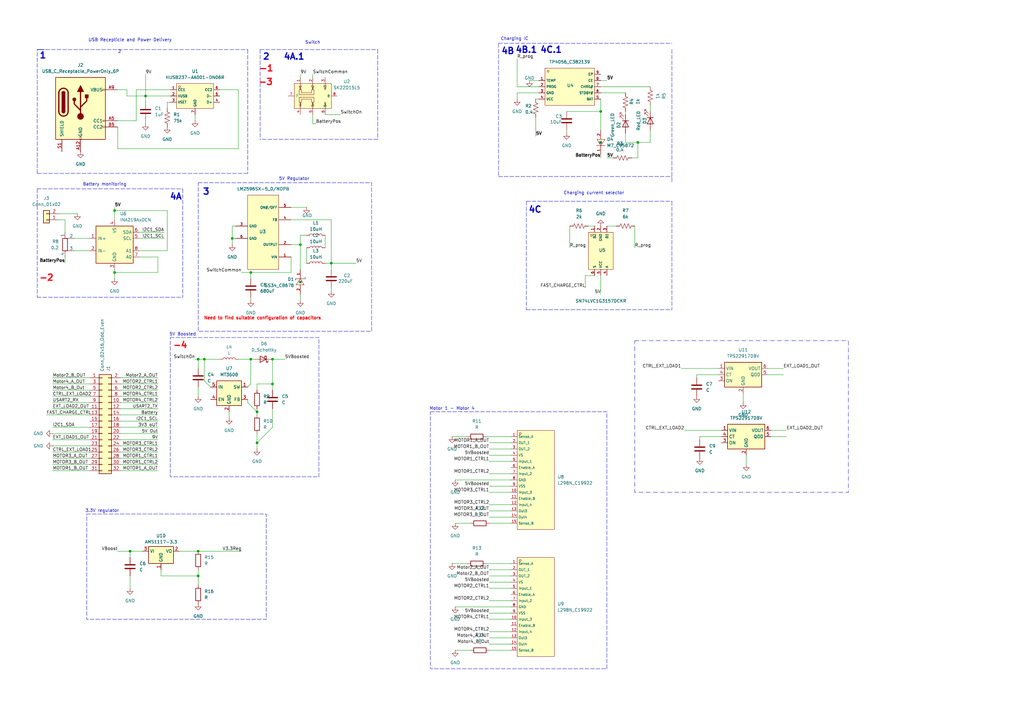
<source format=kicad_sch>
(kicad_sch (version 20231120) (generator "eeschema") (generator_version "8.0")
  (paper "A3")
  (title_block (title "EEE3088_Micro_Mouse_PCB") (date "2025-03-26") (rev "v3.0") (company "University of Cape Town") (comment 1 "@Author: Max Mendelow, Kholofelo Zondi") (comment 2 "Comment For Experiment"))
  (junction (at 81.28 147.32))
  (junction (at 95.25 97.79))
  (junction (at 59.69 39.37))
  (junction (at 46.99 86.36))
  (junction (at 111.76 157.48))
  (junction (at 46.99 111.76))
  (junction (at 123.19 100.33))
  (junction (at 81.28 226.06))
  (junction (at 246.38 45.72))
  (junction (at 261.62 58.42))
  (junction (at 102.87 111.76))
  (junction (at 102.87 147.32))
  (junction (at 105.41 181.61))
  (junction (at 135.89 107.95))
  (junction (at 111.76 147.32))
  (junction (at 81.28 236.22))
  (junction (at 83.82 147.32))
  (junction (at 105.41 168.91))
  (junction (at 53.34 226.06))
  (wire (pts (xy 200.66 246.38) (xy 209.55 246.38)))
  (wire (pts (xy 36.83 165.1) (xy 21.59 165.1)))
  (wire (pts (xy 212.09 35.56) (xy 212.09 24.13)))
  (wire (pts (xy 243.84 113.03) (xy 240.03 113.03)))
  (wire (pts (xy 200.66 194.31) (xy 209.55 194.31)))
  (wire (pts (xy 185.42 179.07) (xy 191.77 179.07)))
  (wire (pts (xy 261.62 58.42) (xy 261.62 64.77)))
  (polyline (pts (xy 15.24 20.32) (xy 16.51 20.32)) (stroke (width 0) (type dash)))
  (wire (pts (xy 135.89 118.11) (xy 135.89 119.38)))
  (wire (pts (xy 111.76 147.32) (xy 116.84 147.32)))
  (wire (pts (xy 49.53 185.42) (xy 64.77 185.42)))
  (wire (pts (xy 48.26 36.83) (xy 52.07 36.83)))
  (polyline (pts (xy 74.93 77.47) (xy 74.93 121.92)) (stroke (width 0) (type dash)))
  (wire (pts (xy 200.66 212.09) (xy 209.55 212.09)))
  (wire (pts (xy 128.27 30.48) (xy 128.27 31.75)))
  (wire (pts (xy 260.35 92.71) (xy 260.35 101.6)))
  (wire (pts (xy 81.28 233.68) (xy 81.28 236.22)))
  (wire (pts (xy 81.28 158.75) (xy 81.28 162.56)))
  (wire (pts (xy 119.38 100.33) (xy 123.19 100.33)))
  (wire (pts (xy 314.96 153.67) (xy 321.31 153.67)))
  (wire (pts (xy 102.87 147.32) (xy 104.14 147.32)))
  (wire (pts (xy 49.53 165.1) (xy 64.77 165.1)))
  (polyline (pts (xy 215.9 82.55) (xy 215.9 127)) (stroke (width 0) (type dash)))
  (wire (pts (xy 59.69 39.37) (xy 59.69 41.91)))
  (wire (pts (xy 232.41 45.72) (xy 246.38 45.72)))
  (wire (pts (xy 81.28 226.06) (xy 99.06 226.06)))
  (wire (pts (xy 111.76 167.64) (xy 111.76 175.26)))
  (wire (pts (xy 81.28 236.22) (xy 81.28 240.03)))
  (wire (pts (xy 49.53 182.88) (xy 64.77 182.88)))
  (wire (pts (xy 246.38 45.72) (xy 246.38 40.64)))
  (wire (pts (xy 200.66 189.23) (xy 209.55 189.23)))
  (polyline (pts (xy 15.24 77.47) (xy 15.24 121.92)) (stroke (width 0) (type dash)))
  (wire (pts (xy 185.42 231.14) (xy 191.77 231.14)))
  (wire (pts (xy 49.53 177.8) (xy 64.77 177.8)))
  (wire (pts (xy 133.35 107.95) (xy 135.89 107.95)))
  (polyline (pts (xy 106.68 20.32) (xy 106.68 57.15)) (stroke (width 0) (type dash)))
  (polyline (pts (xy 101.6 20.32) (xy 101.6 71.12)) (stroke (width 0) (type dash)))
  (wire (pts (xy 135.89 90.17) (xy 135.89 107.95)))
  (wire (pts (xy 52.07 39.37) (xy 59.69 39.37)))
  (wire (pts (xy 217.17 33.02) (xy 220.98 33.02)))
  (wire (pts (xy 68.58 86.36) (xy 46.99 86.36)))
  (wire (pts (xy 95.25 92.71) (xy 95.25 97.79)))
  (wire (pts (xy 199.39 231.14) (xy 209.55 231.14)))
  (wire (pts (xy 46.99 85.09) (xy 46.99 86.36)))
  (polyline (pts (xy 101.6 71.12) (xy 15.24 71.12)) (stroke (width 0) (type dash)))
  (polyline (pts (xy 275.59 20.32) (xy 275.59 74.93)) (stroke (width 0) (type dash)))
  (wire (pts (xy 21.59 157.48) (xy 36.83 157.48)))
  (wire (pts (xy 232.41 54.61) (xy 232.41 53.34)))
  (polyline (pts (xy 204.47 17.78) (xy 275.59 17.78)) (stroke (width 0) (type dash)))
  (wire (pts (xy 105.41 160.02) (xy 105.41 157.48)))
  (wire (pts (xy 200.66 251.46) (xy 209.55 251.46)))
  (wire (pts (xy 105.41 157.48) (xy 111.76 157.48)))
  (wire (pts (xy 99.06 111.76) (xy 102.87 111.76)))
  (wire (pts (xy 97.79 36.83) (xy 97.79 60.96)))
  (wire (pts (xy 59.69 50.8) (xy 59.69 49.53)))
  (wire (pts (xy 256.54 58.42) (xy 261.62 58.42)))
  (wire (pts (xy 219.71 48.26) (xy 219.71 55.88)))
  (wire (pts (xy 304.8 161.29) (xy 304.8 165.1)))
  (wire (pts (xy 200.66 214.63) (xy 209.55 214.63)))
  (wire (pts (xy 200.66 201.93) (xy 209.55 201.93)))
  (wire (pts (xy 26.67 105.41) (xy 26.67 107.95)))
  (polyline (pts (xy 215.9 127) (xy 275.59 127)) (stroke (width 0) (type dash)))
  (wire (pts (xy 246.38 120.65) (xy 246.38 113.03)))
  (wire (pts (xy 49.53 180.34) (xy 64.77 180.34)))
  (wire (pts (xy 287.02 180.34) (xy 287.02 179.07)))
  (wire (pts (xy 49.53 170.18) (xy 64.77 170.18)))
  (wire (pts (xy 93.98 168.91) (xy 93.98 171.45)))
  (wire (pts (xy 123.19 96.52) (xy 125.73 96.52)))
  (wire (pts (xy 36.83 167.64) (xy 21.59 167.64)))
  (wire (pts (xy 52.07 36.83) (xy 52.07 39.37)))
  (wire (pts (xy 81.28 147.32) (xy 81.28 151.13)))
  (wire (pts (xy 279.4 151.13) (xy 294.64 151.13)))
  (wire (pts (xy 287.02 179.07) (xy 295.91 179.07)))
  (wire (pts (xy 69.85 41.91) (xy 68.58 41.91)))
  (wire (pts (xy 53.34 236.22) (xy 53.34 241.3)))
  (wire (pts (xy 53.34 226.06) (xy 53.34 228.6)))
  (wire (pts (xy 248.92 64.77) (xy 251.46 64.77)))
  (wire (pts (xy 101.6 165.1) (xy 105.41 168.91)))
  (wire (pts (xy 285.75 154.94) (xy 285.75 153.67)))
  (wire (pts (xy 200.66 181.61) (xy 209.55 181.61)))
  (wire (pts (xy 123.19 100.33) (xy 123.19 110.49)))
  (wire (pts (xy 57.15 102.87) (xy 68.58 102.87)))
  (wire (pts (xy 105.41 181.61) (xy 105.41 184.15)))
  (wire (pts (xy 119.38 90.17) (xy 135.89 90.17)))
  (wire (pts (xy 36.83 182.88) (xy 21.59 182.88)))
  (wire (pts (xy 49.53 190.5) (xy 64.77 190.5)))
  (wire (pts (xy 36.83 185.42) (xy 21.59 185.42)))
  (wire (pts (xy 21.59 175.26) (xy 36.83 175.26)))
  (polyline (pts (xy 154.94 57.15) (xy 106.68 57.15)) (stroke (width 0) (type dash)))
  (wire (pts (xy 49.53 193.04) (xy 64.77 193.04)))
  (wire (pts (xy 81.28 147.32) (xy 83.82 147.32)))
  (wire (pts (xy 55.88 49.53) (xy 48.26 49.53)))
  (wire (pts (xy 49.53 160.02) (xy 64.77 160.02)))
  (wire (pts (xy 246.38 63.5) (xy 246.38 64.77)))
  (wire (pts (xy 83.82 156.21) (xy 86.36 158.75)))
  (wire (pts (xy 133.35 46.99) (xy 139.7 46.99)))
  (wire (pts (xy 83.82 147.32) (xy 90.17 147.32)))
  (wire (pts (xy 46.99 111.76) (xy 46.99 114.3)))
  (wire (pts (xy 256.54 46.99) (xy 256.54 45.72)))
  (polyline (pts (xy 15.24 71.12) (xy 15.24 20.32)) (stroke (width 0) (type dash)))
  (wire (pts (xy 105.41 167.64) (xy 105.41 168.91)))
  (polyline (pts (xy 275.59 82.55) (xy 275.59 127)) (stroke (width 0) (type dash)))
  (wire (pts (xy 259.08 64.77) (xy 261.62 64.77)))
  (wire (pts (xy 200.66 207.01) (xy 209.55 207.01)))
  (wire (pts (xy 68.58 41.91) (xy 68.58 44.45)))
  (wire (pts (xy 90.17 36.83) (xy 97.79 36.83)))
  (wire (pts (xy 102.87 121.92) (xy 102.87 123.19)))
  (wire (pts (xy 246.38 45.72) (xy 246.38 53.34)))
  (wire (pts (xy 69.85 36.83) (xy 55.88 36.83)))
  (wire (pts (xy 200.66 236.22) (xy 209.55 236.22)))
  (wire (pts (xy 186.69 266.7) (xy 193.04 266.7)))
  (wire (pts (xy 241.3 92.71) (xy 243.84 92.71)))
  (wire (pts (xy 256.54 54.61) (xy 256.54 58.42)))
  (polyline (pts (xy 215.9 82.55) (xy 275.59 82.55)) (stroke (width 0) (type dash)))
  (wire (pts (xy 101.6 163.83) (xy 101.6 165.1)))
  (wire (pts (xy 36.83 193.04) (xy 21.59 193.04)))
  (wire (pts (xy 200.66 238.76) (xy 209.55 238.76)))
  (wire (pts (xy 186.69 196.85) (xy 209.55 196.85)))
  (wire (pts (xy 111.76 147.32) (xy 111.76 157.48)))
  (polyline (pts (xy 15.24 77.47) (xy 74.93 77.47)) (stroke (width 0) (type dash)))
  (wire (pts (xy 186.69 248.92) (xy 209.55 248.92)))
  (wire (pts (xy 30.48 97.79) (xy 36.83 97.79)))
  (wire (pts (xy 119.38 111.76) (xy 119.38 105.41)))
  (polyline (pts (xy 154.94 20.32) (xy 154.94 57.15)) (stroke (width 0) (type dash)))
  (wire (pts (xy 123.19 123.19) (xy 123.19 120.65)))
  (wire (pts (xy 49.53 154.94) (xy 64.77 154.94)))
  (wire (pts (xy 68.58 102.87) (xy 68.58 86.36)))
  (wire (pts (xy 246.38 33.02) (xy 248.92 33.02)))
  (wire (pts (xy 316.23 176.53) (xy 322.58 176.53)))
  (wire (pts (xy 111.76 175.26) (xy 105.41 181.61)))
  (wire (pts (xy 26.67 90.17) (xy 26.67 95.25)))
  (polyline (pts (xy 15.24 121.92) (xy 74.93 121.92)) (stroke (width 0) (type dash)))
  (wire (pts (xy 83.82 147.32) (xy 83.82 156.21)))
  (wire (pts (xy 200.66 233.68) (xy 209.55 233.68)))
  (wire (pts (xy 200.66 184.15) (xy 209.55 184.15)))
  (wire (pts (xy 102.87 147.32) (xy 102.87 157.48)))
  (wire (pts (xy 53.34 226.06) (xy 58.42 226.06)))
  (wire (pts (xy 80.01 49.53) (xy 80.01 46.99)))
  (wire (pts (xy 200.66 264.16) (xy 209.55 264.16)))
  (wire (pts (xy 95.25 97.79) (xy 96.52 97.79)))
  (wire (pts (xy 123.19 30.48) (xy 123.19 31.75)))
  (polyline (pts (xy 16.51 20.32) (xy 19.05 20.32)) (stroke (width 0) (type dash)))
  (wire (pts (xy 48.26 60.96) (xy 48.26 52.07)))
  (wire (pts (xy 73.66 226.06) (xy 81.28 226.06)))
  (wire (pts (xy 246.38 38.1) (xy 256.54 38.1)))
  (wire (pts (xy 212.09 40.64) (xy 212.09 38.1)))
  (polyline (pts (xy 15.24 20.32) (xy 16.51 20.32)) (stroke (width 0) (type dash)))
  (wire (pts (xy 200.66 241.3) (xy 209.55 241.3)))
  (wire (pts (xy 200.66 261.62) (xy 209.55 261.62)))
  (wire (pts (xy 48.26 226.06) (xy 53.34 226.06)))
  (wire (pts (xy 128.27 46.99) (xy 128.27 50.8)))
  (wire (pts (xy 128.27 50.8) (xy 129.54 50.8)))
  (wire (pts (xy 96.52 92.71) (xy 95.25 92.71)))
  (wire (pts (xy 49.53 162.56) (xy 64.77 162.56)))
  (wire (pts (xy 57.15 95.25) (xy 67.31 95.25)))
  (wire (pts (xy 49.53 167.64) (xy 64.77 167.64)))
  (wire (pts (xy 220.98 35.56) (xy 212.09 35.56)))
  (wire (pts (xy 49.53 157.48) (xy 64.77 157.48)))
  (wire (pts (xy 212.09 38.1) (xy 220.98 38.1)))
  (wire (pts (xy 55.88 36.83) (xy 55.88 49.53)))
  (wire (pts (xy 111.76 157.48) (xy 111.76 160.02)))
  (wire (pts (xy 266.7 53.34) (xy 266.7 58.42)))
  (wire (pts (xy 266.7 35.56) (xy 246.38 35.56)))
  (wire (pts (xy 316.23 179.07) (xy 322.58 179.07)))
  (wire (pts (xy 119.38 85.09) (xy 125.73 85.09)))
  (wire (pts (xy 46.99 86.36) (xy 46.99 90.17)))
  (wire (pts (xy 36.83 190.5) (xy 21.59 190.5)))
  (wire (pts (xy 21.59 154.94) (xy 36.83 154.94)))
  (wire (pts (xy 49.53 187.96) (xy 64.77 187.96)))
  (wire (pts (xy 30.48 102.87) (xy 36.83 102.87)))
  (wire (pts (xy 80.01 147.32) (xy 81.28 147.32)))
  (wire (pts (xy 125.73 101.6) (xy 125.73 107.95)))
  (polyline (pts (xy 204.47 72.39) (xy 275.59 72.39)) (stroke (width 0) (type dash)))
  (wire (pts (xy 200.66 209.55) (xy 209.55 209.55)))
  (wire (pts (xy 66.04 233.68) (xy 66.04 236.22)))
  (polyline (pts (xy 16.51 20.32) (xy 101.6 20.32)) (stroke (width 0) (type dash)))
  (wire (pts (xy 233.68 92.71) (xy 233.68 101.6)))
  (polyline (pts (xy 204.47 17.78) (xy 204.47 72.39)) (stroke (width 0) (type dash)))
  (wire (pts (xy 105.41 177.8) (xy 105.41 181.61)))
  (wire (pts (xy 24.13 90.17) (xy 26.67 90.17)))
  (wire (pts (xy 105.41 168.91) (xy 105.41 170.18)))
  (wire (pts (xy 95.25 97.79) (xy 95.25 100.33)))
  (wire (pts (xy 21.59 160.02) (xy 36.83 160.02)))
  (wire (pts (xy 57.15 105.41) (xy 64.77 105.41)))
  (wire (pts (xy 306.07 186.69) (xy 306.07 190.5)))
  (wire (pts (xy 49.53 175.26) (xy 64.77 175.26)))
  (wire (pts (xy 285.75 153.67) (xy 294.64 153.67)))
  (wire (pts (xy 252.73 92.71) (xy 248.92 92.71)))
  (wire (pts (xy 200.66 259.08) (xy 209.55 259.08)))
  (wire (pts (xy 280.67 176.53) (xy 295.91 176.53)))
  (wire (pts (xy 36.83 180.34) (xy 21.59 180.34)))
  (wire (pts (xy 200.66 254) (xy 209.55 254)))
  (wire (pts (xy 266.7 45.72) (xy 266.7 43.18)))
  (wire (pts (xy 133.35 96.52) (xy 133.35 101.6)))
  (wire (pts (xy 261.62 58.42) (xy 266.7 58.42)))
  (wire (pts (xy 36.83 162.56) (xy 21.59 162.56)))
  (wire (pts (xy 219.71 40.64) (xy 220.98 40.64)))
  (wire (pts (xy 240.03 113.03) (xy 240.03 118.11)))
  (wire (pts (xy 19.05 170.18) (xy 36.83 170.18)))
  (polyline (pts (xy 106.68 20.32) (xy 154.94 20.32)) (stroke (width 0) (type dash)))
  (wire (pts (xy 36.83 177.8) (xy 21.59 177.8)))
  (wire (pts (xy 49.53 172.72) (xy 64.77 172.72)))
  (wire (pts (xy 135.89 107.95) (xy 135.89 110.49)))
  (wire (pts (xy 200.66 266.7) (xy 209.55 266.7)))
  (wire (pts (xy 59.69 30.48) (xy 59.69 39.37)))
  (wire (pts (xy 46.99 111.76) (xy 64.77 111.76)))
  (wire (pts (xy 36.83 187.96) (xy 21.59 187.96)))
  (wire (pts (xy 97.79 60.96) (xy 48.26 60.96)))
  (wire (pts (xy 200.66 199.39) (xy 209.55 199.39)))
  (wire (pts (xy 57.15 97.79) (xy 67.31 97.79)))
  (wire (pts (xy 59.69 39.37) (xy 69.85 39.37)))
  (wire (pts (xy 64.77 105.41) (xy 64.77 111.76)))
  (wire (pts (xy 102.87 157.48) (xy 101.6 158.75)))
  (wire (pts (xy 199.39 179.07) (xy 209.55 179.07)))
  (wire (pts (xy 123.19 100.33) (xy 123.19 96.52)))
  (wire (pts (xy 135.89 107.95) (xy 146.05 107.95)))
  (wire (pts (xy 102.87 111.76) (xy 119.38 111.76)))
  (wire (pts (xy 66.04 236.22) (xy 81.28 236.22)))
  (wire (pts (xy 46.99 110.49) (xy 46.99 111.76)))
  (wire (pts (xy 102.87 111.76) (xy 102.87 114.3)))
  (wire (pts (xy 24.13 87.63) (xy 31.75 87.63)))
  (wire (pts (xy 200.66 186.69) (xy 209.55 186.69)))
  (wire (pts (xy 186.69 214.63) (xy 193.04 214.63)))
  (wire (pts (xy 97.79 147.32) (xy 102.87 147.32)))
  (wire (pts (xy 314.96 151.13) (xy 321.31 151.13)))
  (rectangle (start 260.35 139.7) (end 347.98 201.93) (stroke (width 0) (type dash_dot)))
  (rectangle (start 81.28 74.93) (end 152.4 135.89) (stroke (width 0) (type dash)))
  (rectangle (start 69.85 138.43) (end 130.81 195.58) (stroke (width 0) (type dash)))
  (rectangle (start 35.56 210.82) (end 109.22 254) (stroke (width 0) (type dash)))
  (rectangle (start 176.53 168.91) (end 248.92 274.32) (stroke (width 0) (type dash)))
  (text "USB Recepticle and Power Delivery\n" (at 53.34 16.51 0) (effects (font (size 1.27 1.27))))
  (text "2" (at 109.22 23.368 0) (effects (font (size 2.54 2.54) (thickness 0.508) (bold yes))))
  (text "3.3V regulator" (at 41.91 209.55 0) (effects (font (size 1.27 1.27))))
  (text "4B.1" (at 215.9 20.574 0) (effects (font (size 2.54 2.54) (thickness 0.508) (bold yes))))
  (text "4C" (at 219.456 86.106 0) (effects (font (size 2.54 2.54) (thickness 0.508) (bold yes))))
  (text "Charging IC\n" (at 211.074 16.002 0) (effects (font (size 1.27 1.27))))
  (text "4A.1" (at 120.65 23.368 0) (effects (font (size 2.54 2.54) (thickness 0.508) (bold yes))))
  (text "5V Regulator" (at 120.65 73.406 0) (effects (font (size 1.27 1.27))))
  (text "4B" (at 208.28 21.082 0) (effects (font (size 2.54 2.54) (thickness 0.508) (bold yes))))
  (text "-3" (at 108.966 33.782 0) (effects (font (size 2.54 2.54) (thickness 0.508) (bold yes))))
  (text "Charging current selector" (at 243.586 79.248 0) (effects (font (size 1.27 1.27))))
  (text "-4\n" (at 73.914 141.732 0) (effects (font (size 2.54 2.54) (thickness 0.508) (bold yes))))
  (text "5V Boosted" (at 74.93 137.16 0) (effects (font (size 1.27 1.27))))
  (text "-1" (at 109.22 28.194 0) (effects (font (size 2.54 2.54) (thickness 0.508) (bold yes))))
  (text "4A" (at 72.136 80.772 0) (effects (font (size 2.54 2.54) (thickness 0.508) (bold yes))))
  (text "Switch" (at 128.27 17.526 0) (effects (font (size 1.27 1.27))))
  (text "3" (at 84.582 78.74 0) (effects (font (size 2.54 2.54) (thickness 0.508) (bold yes))))
  (text "Need to find suitable configuration of capacitors" (at 107.696 130.556 0) (effects (font (size 1.27 1.27) (bold yes))))
  (text "1" (at 17.6153 22.8654 0) (effects (font (size 2.54 2.54) (thickness 0.508) (bold yes))))
  (text "Battery monitoring" (at 42.926 75.692 0) (effects (font (size 1.27 1.27))))
  (text "-2" (at 19.05 114.046 0) (effects (font (size 2.54 2.54) (thickness 0.508) (bold yes))))
  (text "4C.1" (at 226.06 20.574 0) (effects (font (size 2.54 2.54) (thickness 0.508) (bold yes))))
  (text "2" (at 49.022 21.336 0) (effects (font (size 1.27 1.27))))
  (text "Motor 1 - Motor 4" (at 185.42 167.64 0) (effects (font (size 1.27 1.27))))
  (label "SwitchCommon" (at 128.27 30.48 0))
  (label "5VBoosted" (at 116.84 147.32 0))
  (label "MOTOR1_CTRL1" (at 200.66 189.23 180))
  (label "CTRL_EXT_LOAD1" (at 279.4 151.13 180))
  (label "5V" (at 248.92 64.77 0) (effects (font (bold yes))))
  (label "9V" (at 123.19 30.48 0))
  (label "EXT_LOAD2_OUT" (at 21.59 167.64 0))
  (label "MOTOR4_CTRL2" (at 200.66 259.08 180))
  (label "MOTOR2_CTRL2" (at 200.66 246.38 180))
  (label "FAST_CHARGE_CTRL" (at 240.03 118.11 180))
  (label "MOTOR3_B_OUT" (at 200.66 212.09 180))
  (label "MOTOR2_CTRL2" (at 64.77 160.02 180))
  (label "MOTOR1_CTRL2" (at 200.66 194.31 180))
  (label "5VBoosted" (at 200.66 186.69 180))
  (label "Motor2_A_OUT" (at 64.77 154.94 180))
  (label "R_prog" (at 260.35 101.6 0))
  (label "R_prog" (at 212.09 24.13 0))
  (label "FAST_CHARGE_CTRL" (at 19.05 170.18 0))
  (label "CTRL_EXT_LOAD1" (at 21.59 185.42 0))
  (label "CTRL_EXT_LOAD2" (at 280.67 176.53 180))
  (label "3V3 oUT" (at 64.77 175.26 180))
  (label "5V" (at 219.71 55.88 0) (effects (font (bold yes))))
  (label "MOTOR1_A_OUT" (at 64.77 193.04 180))
  (label "SwitchOn" (at 139.7 46.99 0))
  (label "Motor4_A_OUT" (at 200.66 261.62 180))
  (label "VBoost" (at 48.26 226.06 180))
  (label "I2C1_SDA" (at 21.59 175.26 0))
  (label "5V" (at 248.92 33.02 0) (effects (font (bold yes))))
  (label "9V" (at 64.77 180.34 180))
  (label "EXT_LOAD1_OUT" (at 321.31 151.13 0))
  (label "5V" (at 246.38 120.65 180))
  (label "MOTOR2_CTRL1" (at 64.77 157.48 180))
  (label "I2C1_SCL" (at 67.31 97.79 180))
  (label "Battery" (at 64.77 170.18 180))
  (label "BatteryPos" (at 246.38 64.77 180) (effects (font (bold yes))))
  (label "USART2_TX" (at 64.77 167.64 180))
  (label "MOTOR4_CTRL1" (at 64.77 162.56 180))
  (label "Motor4_B_Out" (at 200.66 264.16 180))
  (label "Motor2_A_OUT" (at 200.66 233.68 180))
  (label "V3.3Reg" (at 99.06 226.06 180))
  (label "MOTOR3_CTRL1" (at 64.77 182.88 180))
  (label "MOTOR1_CTRL1" (at 64.77 187.96 180))
  (label "Motor4_A_OUT" (at 21.59 157.48 0))
  (label "BatteryPos" (at 129.54 50.8 0))
  (label "R_prog" (at 233.68 101.6 0))
  (label "MOTOR3_A_OUT" (at 21.59 187.96 0))
  (label "MOTOR2_CTRL1" (at 200.66 241.3 180))
  (label "MOTOR1_B_OUT" (at 200.66 184.15 180))
  (label "I2C1_SCL" (at 64.77 172.72 180))
  (label "MOTOR1_CTRL2" (at 64.77 190.5 180))
  (label "Motor2_B_OUT" (at 200.66 236.22 180))
  (label "MOTOR4_CTRL2" (at 64.77 165.1 180))
  (label "I2C1_SDA" (at 67.31 95.25 180))
  (label "CTRL_EXT_LOAD2" (at 21.59 162.56 0))
  (label "MOTOR4_CTRL1" (at 200.66 254 180))
  (label "5VBoosted" (at 200.66 251.46 180))
  (label "MOTOR3_CTRL2" (at 200.66 207.01 180))
  (label "5VBoosted" (at 200.66 238.76 180))
  (label "EXT_LOAD1_OUT" (at 21.59 180.34 0))
  (label "Motor4_B_Out" (at 21.59 160.02 0))
  (label "USART2_RX" (at 21.59 165.1 0))
  (label "SwitchCommon" (at 99.06 111.76 180))
  (label "MOTOR3_CTRL2" (at 64.77 185.42 180))
  (label "MOTOR3_A_OUT" (at 200.66 209.55 180))
  (label "MOTOR3_B_OUT" (at 21.59 190.5 0))
  (label "SwitchOn" (at 80.01 147.32 180))
  (label "MOTOR3_CTRL1" (at 200.66 201.93 180))
  (label "Motor2_B_OUT" (at 21.59 154.94 0))
  (label "MOTOR1_A_OUT" (at 200.66 181.61 180))
  (label "5VBoosted" (at 200.66 199.39 180))
  (label "5V" (at 46.99 85.09 0) (effects (font (bold yes))))
  (label "MOTOR1_B_OUT" (at 21.59 193.04 0))
  (label "9V" (at 59.69 30.48 0))
  (label "BatteryPos" (at 26.67 107.95 180) (effects (font (bold yes))))
  (label "5V Out" (at 64.77 177.8 180))
  (label "5V" (at 146.05 107.95 0))
  (label "EXT_LOAD2_OUT" (at 322.58 176.53 0))
  (symbol (lib_id "power:GND") (at 46.99 114.3 0) (unit 1)
    (property "Reference" "#PWR15" (effects (hide yes)))
    (property "Value" "GND" (at 46.99 119.38 0))
    (property "Description" "Power symbol creates a global label with name \"GND\" , ground" (effects (hide yes)))
  )
  (symbol (lib_id "power:GND") (at 186.69 214.63 0) (unit 1)
    (property "Reference" "#PWR022" (effects (hide yes)))
    (property "Value" "GND" (at 186.69 219.71 0))
    (property "Description" "Power symbol creates a global label with name \"GND\" , ground" (effects (hide yes)))
  )
  (symbol (lib_id "Device:R") (at 195.58 231.14 90) (unit 1)
    (property "Reference" "R13" (at 195.58 224.79 90))
    (property "Value" "R" (at 195.58 227.33 90))
    (property "Description" "Resistor" (effects (hide yes)))
  )
  (symbol (lib_id "Device:R_US") (at 255.27 64.77 90) (unit 1)
    (property "Reference" "R3" (at 254.254 58.928 90))
    (property "Value" "0.4" (at 254.254 61.468 90))
    (property "Description" "Resistor, US symbol" (effects (hide yes)))
  )
  (symbol (lib_id "Power_Management:TPS22917DBV") (at 306.07 179.07 0) (unit 1)
    (property "Reference" "U12" (at 306.07 168.91 0))
    (property "Value" "TPS22917DBV" (at 306.07 171.45 0))
    (property "Footprint" "Package_TO_SOT_SMD:SOT-23-6" (effects (hide yes)))
    (property "Datasheet" "http://www.ti.com/lit/ds/symlink/tps22917.pdf" (effects (hide yes)))
    (property "Description" "1V to 5.5V, 2A, 80mΩ Ultra-Low Leakage Load Switch, SOT23-6" (effects (hide yes)))
  )
  (symbol (lib_id "Device:R_US") (at 256.54 92.71 270) (unit 1)
    (property "Reference" "R7" (at 256.54 86.36 90))
    (property "Value" "6k" (at 256.54 88.9 90))
    (property "Footprint" "xxcustom_footprint:R0402" (effects (hide yes)))
    (property "Description" "Resistor, US symbol" (effects (hide yes)))
  )
  (symbol (lib_id "Device:R_US") (at 219.71 44.45 180) (unit 1)
    (property "Reference" "R2" (at 215.392 43.434 0) (effects (justify right)))
    (property "Value" "0.4" (at 215.392 45.974 0) (effects (justify right)))
    (property "Footprint" "xxcustom_footprint:R0402" (effects (hide yes)))
    (property "Description" "Resistor, US symbol" (effects (hide yes)))
  )
  (symbol (lib_id "Device:C") (at 232.41 49.53 0) (unit 1)
    (property "Reference" "C3" (at 227.838 47.752 0) (effects (justify left)))
    (property "Value" "10uF" (at 225.552 50.038 0) (effects (justify left)))
    (property "Description" "Unpolarized capacitor" (effects (hide yes)))
  )
  (symbol (lib_id "power:GND") (at 81.28 247.65 0) (unit 1)
    (property "Reference" "#PWR027" (effects (hide yes)))
    (property "Value" "GND" (at 81.28 252.73 0))
    (property "Description" "Power symbol creates a global label with name \"GND\" , ground" (effects (hide yes)))
  )
  (symbol (lib_id "Device:R_US") (at 237.49 92.71 90) (unit 1)
    (property "Reference" "R6" (at 237.49 86.36 90))
    (property "Value" "2k" (at 237.49 88.9 90))
    (property "Footprint" "xxcustom_footprint:R0402" (effects (hide yes)))
    (property "Description" "Resistor, US symbol" (effects (hide yes)))
  )
  (symbol (lib_id "power:GND") (at 186.69 248.92 0) (unit 1)
    (property "Reference" "#PWR025" (effects (hide yes)))
    (property "Value" "GND" (at 186.69 254 0))
    (property "Description" "Power symbol creates a global label with name \"GND\" , ground" (effects (hide yes)))
  )
  (symbol (lib_id "Device:R_US") (at 68.58 48.26 0) (unit 1)
    (property "Reference" "R1" (at 71.12 46.9899 0) (effects (justify left)))
    (property "Value" "75k" (at 71.12 49.5299 0) (effects (justify left)))
    (property "Description" "Resistor, US symbol" (effects (hide yes)))
  )
  (symbol (lib_id "Device:LED") (at 256.54 50.8 270) (unit 1)
    (property "Reference" "D2" (at 253.746 51.308 0))
    (property "Value" "Green_LED" (at 251.206 51.308 0))
    (property "Description" "Light emitting diode" (effects (hide yes)))
  )
  (symbol (lib_id "Device:C") (at 135.89 114.3 0) (unit 1)
    (property "Reference" "C2" (at 140.97 113.03 0) (effects (justify left)))
    (property "Value" "220uF" (at 138.684 115.316 0) (effects (justify left)))
    (property "Description" "Unpolarized capacitor" (effects (hide yes)))
  )
  (symbol (lib_id "Regulator_Linear:AMS1117-3.3") (at 66.04 226.06 0) (unit 1)
    (property "Reference" "U10" (at 66.04 219.71 0))
    (property "Value" "AMS1117-3.3" (at 66.04 222.25 0))
    (property "Footprint" "Package_TO_SOT_SMD:SOT-223-3_TabPin2" (effects (hide yes)))
    (property "Datasheet" "http://www.advanced-monolithic.com/pdf/ds1117.pdf" (effects (hide yes)))
    (property "Description" "1A Low Dropout regulator, positive, 3.3V fixed output, SOT-223" (effects (hide yes)))
  )
  (symbol (lib_id "Power_Management:TPS22917DBV") (at 304.8 153.67 0) (unit 1)
    (property "Reference" "U11" (at 304.8 143.51 0))
    (property "Value" "TPS22917DBV" (at 304.8 146.05 0))
    (property "Footprint" "Package_TO_SOT_SMD:SOT-23-6" (effects (hide yes)))
    (property "Datasheet" "http://www.ti.com/lit/ds/symlink/tps22917.pdf" (effects (hide yes)))
    (property "Description" "1V to 5.5V, 2A, 80mΩ Ultra-Low Leakage Load Switch, SOT23-6" (effects (hide yes)))
  )
  (symbol (lib_id "power:GND") (at 212.09 40.64 0) (unit 1)
    (property "Reference" "#PWR011" (effects (hide yes)))
    (property "Value" "GND" (at 212.09 45.72 0))
    (property "Description" "Power symbol creates a global label with name \"GND\" , ground" (effects (hide yes)))
  )
  (symbol (lib_id "power:GND") (at 53.34 241.3 0) (unit 1)
    (property "Reference" "#PWR028" (effects (hide yes)))
    (property "Value" "GND" (at 53.34 246.38 0))
    (property "Description" "Power symbol creates a global label with name \"GND\" , ground" (effects (hide yes)))
  )
  (symbol (lib_id "power:GND") (at 185.42 231.14 0) (unit 1)
    (property "Reference" "#PWR024" (effects (hide yes)))
    (property "Value" "GND" (at 185.42 236.22 0))
    (property "Description" "Power symbol creates a global label with name \"GND\" , ground" (effects (hide yes)))
  )
  (symbol (lib_id "Device:L") (at 129.54 107.95 90) (unit 1)
    (property "Reference" "L3" (at 129.54 102.87 90))
    (property "Value" "10uH" (at 129.54 105.41 90))
    (property "Footprint" "xxcustom_footprint:L0805" (effects (hide yes)))
    (property "Datasheet" "https://jlcpcb.com/partdetail/Sunlord-SDFL2012S100KTF/C1046" (effects (hide yes)))
    (property "Description" "Inductor" (effects (hide yes)))
  )
  (symbol (lib_id "Device:L") (at 129.54 96.52 90) (unit 1)
    (property "Reference" "L1" (at 129.54 91.44 90))
    (property "Value" "10uH" (at 129.54 93.98 90))
    (property "Footprint" "xxcustom_footprint:L0805" (effects (hide yes)))
    (property "Datasheet" "https://jlcpcb.com/partdetail/Sunlord-SDFL2012S100KTF/C1046" (effects (hide yes)))
    (property "Description" "Inductor" (effects (hide yes)))
  )
  (symbol (lib_id "power:GND") (at 31.75 87.63 0) (unit 1)
    (property "Reference" "#PWR16" (effects (hide yes)))
    (property "Value" "GND" (at 31.75 92.71 0))
    (property "Description" "Power symbol creates a global label with name \"GND\" , ground" (effects (hide yes)))
  )
  (symbol (lib_id "Device:C") (at 81.28 154.94 0) (unit 1)
    (property "Reference" "C4" (at 85.09 153.6699 0) (effects (justify left)))
    (property "Value" "C" (at 85.09 156.2099 0) (effects (justify left)))
    (property "Description" "Unpolarized capacitor" (effects (hide yes)))
  )
  (symbol (lib_id "LM2596SX-5_0/NOPB:LM2596SX-5_0/NOPB") (at 107.95 95.25 0) (unit 1)
    (property "Reference" "U3" (at 107.696 94.996 0))
    (property "Value" "LM2596SX-5_0/NOPB" (at 107.95 77.47 0))
    (property "Footprint" "xxcustom_footprint:TO-263-5_L10.2-W8.9-P1.70-TL" (effects (hide yes)))
    (property "Datasheet" "https://item.szlcsc.com/144450.html" (effects (hide yes)))
    (property "LCSC" "C10002" (effects (hide yes)))
  )
  (symbol (lib_id "power:GND") (at 93.98 171.45 0) (unit 1)
    (property "Reference" "#PWR018" (effects (hide yes)))
    (property "Value" "GND" (at 93.98 176.53 0))
    (property "Description" "Power symbol creates a global label with name \"GND\" , ground" (effects (hide yes)))
  )
  (symbol (lib_id "power:GND") (at 125.73 85.09 0) (unit 1)
    (property "Reference" "#PWR09" (effects (hide yes)))
    (property "Value" "GND" (at 125.984 88.392 0))
    (property "Description" "Power symbol creates a global label with name \"GND\" , ground" (effects (hide yes)))
  )
  (symbol (lib_id "M7_C95872:M7_C95872") (at 246.38 58.42 90) (unit 1)
    (property "Reference" "D4" (at 248.92 57.1499 90) (effects (justify right)))
    (property "Value" "M7_C95872" (at 248.92 59.6899 90) (effects (justify right)))
    (property "Footprint" "footprint:SMA_L4.3-W2.6-LS5.2-RD" (effects (hide yes)))
    (property "Datasheet" "https://item.szlcsc.com/34721.html" (effects (hide yes)))
    (property "LCSC" "C95872" (effects (hide yes)))
  )
  (symbol (lib_id "power:GND") (at 21.59 182.88 270) (mirror x) (unit 1)
    (property "Reference" "#PWR2" (effects (hide yes)))
    (property "Value" "GND" (at 17.78 182.8799 90) (effects (justify right)))
    (property "Description" "Power symbol creates a global label with name \"GND\" , ground" (effects (hide yes)))
  )
  (symbol (lib_id "Device:D_Schottky") (at 107.95 147.32 180) (unit 1)
    (property "Reference" "D6" (at 108.2675 140.97 0))
    (property "Value" "D_Schottky" (at 108.2675 143.51 0))
    (property "Description" "Schottky diode" (effects (hide yes)))
  )
  (symbol (lib_id "power:GND") (at 217.17 33.02 0) (unit 1)
    (property "Reference" "#PWR12" (effects (hide yes)))
    (property "Value" "GND" (at 217.17 32.004 0))
    (property "Description" "Power symbol creates a global label with name \"GND\" , ground" (effects (hide yes)))
  )
  (symbol (lib_id "Connector:USB_C_Receptacle_PowerOnly_6P") (at 33.02 44.45 0) (unit 1)
    (property "Reference" "J2" (at 33.02 26.67 0))
    (property "Value" "USB_C_Receptacle_PowerOnly_6P" (at 33.02 29.21 0))
    (property "Datasheet" "https://www.usb.org/sites/default/files/documents/usb_type-c.zip" (effects (hide yes)))
    (property "Description" "USB Power-Only 6P Type-C Receptacle connector" (effects (hide yes)))
  )
  (symbol (lib_id "power:GND") (at 306.07 190.5 0) (unit 1)
    (property "Reference" "#PWR032" (effects (hide yes)))
    (property "Value" "GND" (at 306.07 195.58 0))
    (property "Description" "Power symbol creates a global label with name \"GND\" , ground" (effects (hide yes)))
  )
  (symbol (lib_id "Device:R_Shunt") (at 26.67 100.33 0) (unit 1)
    (property "Reference" "R8" (at 24.13 99.0599 0) (effects (justify right)))
    (property "Value" "0.2" (at 24.13 101.5999 0) (effects (justify right)))
    (property "Footprint" "xxcustom_footprint:R2512" (effects (hide yes)))
    (property "Description" "Shunt resistor" (effects (hide yes)))
  )
  (symbol (lib_id "Device:R") (at 195.58 179.07 90) (unit 1)
    (property "Reference" "R11" (at 195.58 172.72 90))
    (property "Value" "R" (at 195.58 175.26 90))
    (property "Description" "Resistor" (effects (hide yes)))
  )
  (symbol (lib_id "TP4056_C382139:TP4056_C382139") (at 233.68 35.56 0) (unit 1)
    (property "Reference" "U4" (at 233.934 35.052 0))
    (property "Value" "TP4056_C382139" (at 233.68 25.4 0))
    (property "Footprint" "xxcustom_footprint:ESOP-8_L4.9-W3.9-P1.27-LS6.0-BL-EP" (effects (hide yes)))
    (property "Datasheet" "https://www.mornsun.cn/html/pdf/SCM1501B.html" (effects (hide yes)))
    (property "LCSC" "C382139" (effects (hide yes)))
  )
  (symbol (lib_id "Device:C") (at 59.69 45.72 0) (unit 1)
    (property "Reference" "C1" (at 63.5 44.4499 0) (effects (justify left)))
    (property "Value" "1uF" (at 63.5 46.9899 0) (effects (justify left)))
    (property "Description" "Unpolarized capacitor" (effects (hide yes)))
  )
  (symbol (lib_id "power:GND") (at 80.01 49.53 0) (unit 1)
    (property "Reference" "#PWR6" (effects (hide yes)))
    (property "Value" "GND" (at 80.01 54.61 0))
    (property "Description" "Power symbol creates a global label with name \"GND\" , ground" (effects (hide yes)))
  )
  (symbol (lib_id "power:GND") (at 185.42 179.07 0) (unit 1)
    (property "Reference" "#PWR021" (effects (hide yes)))
    (property "Value" "GND" (at 185.42 184.15 0))
    (property "Description" "Power symbol creates a global label with name \"GND\" , ground" (effects (hide yes)))
  )
  (symbol (lib_id "Device:C") (at 53.34 232.41 0) (unit 1)
    (property "Reference" "C6" (at 57.15 231.1399 0) (effects (justify left)))
    (property "Value" "C" (at 57.15 233.6799 0) (effects (justify left)))
    (property "Description" "Unpolarized capacitor" (effects (hide yes)))
  )
  (symbol (lib_id "Device:R") (at 105.41 173.99 0) (unit 1)
    (property "Reference" "R10" (at 107.95 172.7199 0) (effects (justify left)))
    (property "Value" "R" (at 107.95 175.2599 0) (effects (justify left)))
    (property "Description" "Resistor" (effects (hide yes)))
  )
  (symbol (lib_id "power:GND") (at 186.69 266.7 0) (unit 1)
    (property "Reference" "#PWR026" (effects (hide yes)))
    (property "Value" "GND" (at 186.69 271.78 0))
    (property "Description" "Power symbol creates a global label with name \"GND\" , ground" (effects (hide yes)))
  )
  (symbol (lib_id "power:GND") (at 21.59 177.8 270) (mirror x) (unit 1)
    (property "Reference" "#PWR1" (effects (hide yes)))
    (property "Value" "GND" (at 17.78 177.7999 90) (effects (justify right)))
    (property "Description" "Power symbol creates a global label with name \"GND\" , ground" (effects (hide yes)))
  )
  (symbol (lib_id "Device:R_US") (at 256.54 41.91 0) (unit 1)
    (property "Reference" "R4" (at 259.08 41.656 90))
    (property "Value" "1k" (at 261.62 41.656 90))
    (property "Footprint" "xxcustom_footprint:R0402" (effects (hide yes)))
    (property "Description" "Resistor, US symbol" (effects (hide yes)))
  )
  (symbol (lib_id "Device:C") (at 287.02 184.15 0) (unit 1)
    (property "Reference" "C9" (at 290.83 182.8799 0) (effects (justify left)))
    (property "Value" "C" (at 290.83 185.4199 0) (effects (justify left)))
    (property "Description" "Unpolarized capacitor" (effects (hide yes)))
  )
  (symbol (lib_id "SN74LVC1G3157DCKR:SN74LVC1G3157DCKR") (at 246.38 102.87 90) (mirror x) (unit 1)
    (property "Reference" "U5" (at 245.618 102.616 90) (effects (justify right)))
    (property "Value" "SN74LVC1G3157DCKR" (at 235.966 123.444 90) (effects (justify right)))
    (property "Footprint" "xxcustom_footprint:SC-70-6_L2.2-W1.3-P0.65-LS2.1-BR" (effects (hide yes)))
    (property "Datasheet" "https://item.szlcsc.com/112963.html" (effects (hide yes)))
    (property "LCSC" "C38663" (effects (hide yes)))
  )
  (symbol (lib_id "Device:C") (at 285.75 158.75 0) (unit 1)
    (property "Reference" "C7" (at 289.56 157.4799 0) (effects (justify left)))
    (property "Value" "C" (at 289.56 160.0199 0) (effects (justify left)))
    (property "Description" "Unpolarized capacitor" (effects (hide yes)))
  )
  (symbol (lib_id "power:GND") (at 123.19 123.19 0) (unit 1)
    (property "Reference" "#PWR08" (effects (hide yes)))
    (property "Value" "GND" (at 123.19 128.27 0))
    (property "Description" "Power symbol creates a global label with name \"GND\" , ground" (effects (hide yes)))
  )
  (symbol (lib_id "HUSB237-AA001-DN06R:HUSB237-AA001-DN06R") (at 80.01 39.37 0) (unit 1)
    (property "Reference" "U1" (at 80.01 29.21 0))
    (property "Value" "HUSB237-AA001-DN06R" (at 80.01 31.75 0))
    (property "Footprint" "xxcustom_footprint:TDFN-6_L2.0-W2.0-P0.65-TL-EP" (effects (hide yes)))
    (property "Datasheet" "https://item.szlcsc.com/361742.html" (effects (hide yes)))
    (property "LCSC" "C22373734" (effects (hide yes)))
  )
  (symbol (lib_id "power:GND") (at 232.41 54.61 0) (unit 1)
    (property "Reference" "#PWR13" (effects (hide yes)))
    (property "Value" "GND" (at 232.41 59.69 0))
    (property "Description" "Power symbol creates a global label with name \"GND\" , ground" (effects (hide yes)))
  )
  (symbol (lib_id "Device:R") (at 81.28 229.87 0) (unit 1)
    (property "Reference" "R15" (at 83.82 228.5999 0) (effects (justify left)))
    (property "Value" "R" (at 83.82 231.1399 0) (effects (justify left)))
    (property "Description" "Resistor" (effects (hide yes)))
  )
  (symbol (lib_id "power:GND") (at 135.89 119.38 0) (unit 1)
    (property "Reference" "#PWR010" (effects (hide yes)))
    (property "Value" "GND" (at 135.89 124.46 0))
    (property "Description" "Power symbol creates a global label with name \"GND\" , ground" (effects (hide yes)))
  )
  (symbol (lib_id "Device:C") (at 111.76 163.83 0) (unit 1)
    (property "Reference" "C5" (at 115.57 162.5599 0) (effects (justify left)))
    (property "Value" "C" (at 115.57 165.0999 0) (effects (justify left)))
    (property "Description" "Unpolarized capacitor" (effects (hide yes)))
  )
  (symbol (lib_id "power:GND") (at 95.25 100.33 0) (unit 1)
    (property "Reference" "#PWR07" (effects (hide yes)))
    (property "Value" "GND" (at 95.25 105.41 0))
    (property "Description" "Power symbol creates a global label with name \"GND\" , ground" (effects (hide yes)))
  )
  (symbol (lib_id "Device:R") (at 81.28 243.84 0) (unit 1)
    (property "Reference" "R16" (at 83.82 242.5699 0) (effects (justify left)))
    (property "Value" "R" (at 83.82 245.1099 0) (effects (justify left)))
    (property "Description" "Resistor" (effects (hide yes)))
  )
  (symbol (lib_id "Device:LED") (at 266.7 49.53 270) (unit 1)
    (property "Reference" "D3" (at 264.414 49.53 0))
    (property "Value" "Red_LED" (at 261.874 49.53 0))
    (property "Description" "Light emitting diode" (effects (hide yes)))
  )
  (symbol (lib_id "power:GND") (at 304.8 165.1 0) (unit 1)
    (property "Reference" "#PWR029" (effects (hide yes)))
    (property "Value" "GND" (at 304.8 170.18 0))
    (property "Description" "Power symbol creates a global label with name \"GND\" , ground" (effects (hide yes)))
  )
  (symbol (lib_id "SK22D15L5:SK22D15L5") (at 128.27 39.37 0) (unit 1)
    (property "Reference" "U2" (at 142.24 33.4228 0))
    (property "Value" "SK22D15L5" (at 142.24 35.9628 0))
    (property "Footprint" "xxcustom_footprint:SW-TH_XKB_SK22D15L7" (effects (hide yes)))
    (property "Datasheet" "https://atta.szlcsc.com/upload/public/pdf/source/20211009/318139A7A7821CB53DA852B636F96C11.pdf" (effects (hide yes)))
    (property "LCSC" "C2884795" (effects (hide yes)))
  )
  (symbol (lib_id "Connector_Generic:Conn_02x16_Odd_Even") (at 41.91 172.72 0) (unit 1)
    (property "Reference" "J1" (at 44.4501 152.4 90) (effects (justify left)))
    (property "Value" "Conn_02x16_Odd_Even" (at 41.9101 152.4 90) (effects (justify left)))
    (property "Footprint" "Connector_PinHeader_2.54mm:PinHeader_2x16_P2.54mm_Vertical" (effects (hide yes)))
    (property "Description" "Generic connector, double row, 02x16, odd/even pin numbering scheme (row 1 odd numbers, row 2 even numbers), script generated (kicad-library-utils/schlib/autogen/connector/)" (effects (hide yes)))
  )
  (symbol (lib_id "Device:L") (at 93.98 147.32 90) (unit 1)
    (property "Reference" "L4" (at 93.98 142.24 90))
    (property "Value" "L" (at 93.98 144.78 90))
    (property "Description" "Inductor" (effects (hide yes)))
  )
  (symbol (lib_id "power:GND") (at 68.58 52.07 0) (unit 1)
    (property "Reference" "#PWR5" (effects (hide yes)))
    (property "Value" "GND" (at 68.58 57.15 0))
    (property "Description" "Power symbol creates a global label with name \"GND\" , ground" (effects (hide yes)))
  )
  (symbol (lib_id "Regulator_Switching:MT3608") (at 93.98 161.29 0) (unit 1)
    (property "Reference" "U7" (at 93.98 151.13 0))
    (property "Value" "MT3608" (at 93.98 153.67 0))
    (property "Footprint" "Package_TO_SOT_SMD:SOT-23-6" (effects (hide yes)))
    (property "Datasheet" "https://www.olimex.com/Products/Breadboarding/BB-PWR-3608/resources/MT3608.pdf" (effects (hide yes)))
    (property "Description" "High Efficiency 1.2MHz 2A Step Up Converter, 2-24V Vin, 28V Vout, 4A current limit, 1.2MHz, SOT23-6" (effects (hide yes)))
  )
  (symbol (lib_id "power:GND") (at 287.02 187.96 0) (unit 1)
    (property "Reference" "#PWR031" (effects (hide yes)))
    (property "Value" "GND" (at 287.02 193.04 0))
    (property "Description" "Power symbol creates a global label with name \"GND\" , ground" (effects (hide yes)))
  )
  (symbol (lib_id "Device:L") (at 129.54 101.6 90) (unit 1)
    (property "Reference" "L2" (at 129.54 96.52 90))
    (property "Value" "10uH" (at 129.54 99.06 90))
    (property "Footprint" "xxcustom_footprint:L0805" (effects (hide yes)))
    (property "Datasheet" "https://jlcpcb.com/partdetail/Sunlord-SDFL2012S100KTF/C1046" (effects (hide yes)))
    (property "Description" "Inductor" (effects (hide yes)))
  )
  (symbol (lib_id "SS34_C8678:SS34_C8678") (at 123.19 115.57 270) (unit 1)
    (property "Reference" "D1" (at 120.65 114.554 90) (effects (justify right)))
    (property "Value" "SS34_C8678" (at 120.65 117.094 90) (effects (justify right)))
    (property "Footprint" "xxcustom_footprint:SMA_L4.3-W2.6-LS5.2-RD" (effects (hide yes)))
    (property "Datasheet" "https://item.szlcsc.com/34721.html" (effects (hide yes)))
    (property "LCSC" "C8678" (effects (hide yes)))
  )
  (symbol (lib_id "Device:C") (at 102.87 118.11 0) (unit 1)
    (property "Reference" "C8" (at 106.68 116.8399 0) (effects (justify left)))
    (property "Value" "680uF" (at 106.68 119.3799 0) (effects (justify left)))
    (property "Description" "Unpolarized capacitor" (effects (hide yes)))
  )
  (symbol (lib_id "power:GND") (at 59.69 50.8 0) (unit 1)
    (property "Reference" "#PWR4" (effects (hide yes)))
    (property "Value" "GND" (at 59.69 55.88 0))
    (property "Description" "Power symbol creates a global label with name \"GND\" , ground" (effects (hide yes)))
  )
  (symbol (lib_id "power:GND") (at 81.28 162.56 0) (unit 1)
    (property "Reference" "#PWR019" (effects (hide yes)))
    (property "Value" "GND" (at 81.28 167.64 0))
    (property "Description" "Power symbol creates a global label with name \"GND\" , ground" (effects (hide yes)))
  )
  (symbol (lib_id "Sensor_Energy:INA219AxDCN") (at 46.99 100.33 0) (unit 1)
    (property "Reference" "U6" (at 49.1841 87.63 0) (effects (justify left)))
    (property "Value" "INA219AxDCN" (at 49.1841 90.17 0) (effects (justify left)))
    (property "Footprint" "Package_TO_SOT_SMD:SOT-23-8" (effects (hide yes)))
    (property "Datasheet" "http://www.ti.com/lit/ds/symlink/ina219.pdf" (effects (hide yes)))
    (property "Description" "Zero-Drift, Bidirectional Current/Power Monitor (0-26V) With I2C Interface, SOT-23-8" (effects (hide yes)))
  )
  (symbol (lib_id "power:GND") (at 33.02 62.23 0) (unit 1)
    (property "Reference" "#PWR3" (effects (hide yes)))
    (property "Value" "GND" (at 33.02 67.31 0))
    (property "Description" "Power symbol creates a global label with name \"GND\" , ground" (effects (hide yes)))
  )
  (symbol (lib_id "Connector_Generic:Conn_01x02") (at 19.05 90.17 180) (unit 1)
    (property "Reference" "J3" (at 19.05 81.28 0))
    (property "Value" "Conn_01x02" (at 19.05 83.82 0))
    (property "Footprint" "Connector_JST:JST_PH_S2B-PH-K_1x02_P2.00mm_Horizontal" (effects (hide yes)))
    (property "Description" "Generic connector, single row, 01x02, script generated (kicad-library-utils/schlib/autogen/connector/)" (effects (hide yes)))
  )
  (symbol (lib_id "power:GND") (at 186.69 196.85 0) (unit 1)
    (property "Reference" "#PWR023" (effects (hide yes)))
    (property "Value" "GND" (at 186.69 201.93 0))
    (property "Description" "Power symbol creates a global label with name \"GND\" , ground" (effects (hide yes)))
  )
  (symbol (lib_id "L298N_C19922:L298N_C19922") (at 218.44 196.85 0) (unit 1)
    (property "Reference" "U8" (at 228.6 195.5799 0) (effects (justify left)))
    (property "Value" "L298N_C19922" (at 228.6 198.1199 0) (effects (justify left)))
    (property "Footprint" "footprint:MULTIWATT-15_L19.6-W5.0-P1.27-L" (effects (hide yes)))
    (property "Datasheet" "https://lcsc.com/product-detail/Audio-Power-OpAmps_STMicroelectronics_TDA7576B_STMicroelectronics-TDA7576B_C176819.html" (effects (hide yes)))
    (property "LCSC" "C19922" (effects (hide yes)))
  )
  (symbol (lib_id "Device:R") (at 105.41 163.83 0) (unit 1)
    (property "Reference" "R9" (at 107.95 162.5599 0) (effects (justify left)))
    (property "Value" "R" (at 107.95 165.0999 0) (effects (justify left)))
    (property "Description" "Resistor" (effects (hide yes)))
  )
  (symbol (lib_id "Device:R") (at 196.85 266.7 90) (unit 1)
    (property "Reference" "R14" (at 196.85 260.35 90))
    (property "Value" "R" (at 196.85 262.89 90))
    (property "Description" "Resistor" (effects (hide yes)))
  )
  (symbol (lib_id "power:GND") (at 105.41 184.15 0) (unit 1)
    (property "Reference" "#PWR020" (effects (hide yes)))
    (property "Value" "GND" (at 105.41 189.23 0))
    (property "Description" "Power symbol creates a global label with name \"GND\" , ground" (effects (hide yes)))
  )
  (symbol (lib_id "Device:R") (at 196.85 214.63 90) (unit 1)
    (property "Reference" "R12" (at 196.85 208.28 90))
    (property "Value" "R" (at 196.85 210.82 90))
    (property "Description" "Resistor" (effects (hide yes)))
  )
  (symbol (lib_id "power:GND") (at 246.38 92.71 180) (unit 1)
    (property "Reference" "#PWR14" (effects (hide yes)))
    (property "Value" "GND" (at 246.38 87.63 0))
    (property "Description" "Power symbol creates a global label with name \"GND\" , ground" (effects (hide yes)))
  )
  (symbol (lib_id "power:GND") (at 102.87 123.19 0) (unit 1)
    (property "Reference" "#PWR017" (effects (hide yes)))
    (property "Value" "GND" (at 102.87 128.27 0))
    (property "Description" "Power symbol creates a global label with name \"GND\" , ground" (effects (hide yes)))
  )
  (symbol (lib_id "L298N_C19922:L298N_C19922") (at 218.44 248.92 0) (unit 1)
    (property "Reference" "U9" (at 228.6 247.6499 0) (effects (justify left)))
    (property "Value" "L298N_C19922" (at 228.6 250.1899 0) (effects (justify left)))
    (property "Footprint" "footprint:MULTIWATT-15_L19.6-W5.0-P1.27-L" (effects (hide yes)))
    (property "Datasheet" "https://lcsc.com/product-detail/Audio-Power-OpAmps_STMicroelectronics_TDA7576B_STMicroelectronics-TDA7576B_C176819.html" (effects (hide yes)))
    (property "LCSC" "C19922" (effects (hide yes)))
  )
  (symbol (lib_id "Device:R_US") (at 266.7 39.37 180) (unit 1)
    (property "Reference" "R5" (at 272.288 39.37 90))
    (property "Value" "1k" (at 269.748 39.37 90))
    (property "Footprint" "xxcustom_footprint:R0402" (effects (hide yes)))
    (property "Description" "Resistor, US symbol" (effects (hide yes)))
  )
  (symbol (lib_id "power:GND") (at 285.75 162.56 0) (unit 1)
    (property "Reference" "#PWR030" (effects (hide yes)))
    (property "Value" "GND" (at 285.75 167.64 0))
    (property "Description" "Power symbol creates a global label with name \"GND\" , ground" (effects (hide yes)))
  )
)
</source>
